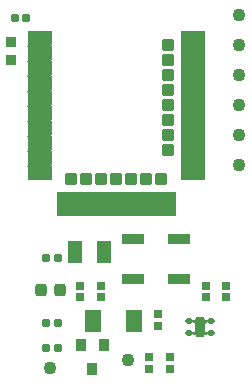
<source format=gbr>
G04 #@! TF.GenerationSoftware,KiCad,Pcbnew,(6.0.0-0)*
G04 #@! TF.CreationDate,2023-02-05T10:16:28+01:00*
G04 #@! TF.ProjectId,parasite,70617261-7369-4746-952e-6b696361645f,2.0.0*
G04 #@! TF.SameCoordinates,Original*
G04 #@! TF.FileFunction,Soldermask,Top*
G04 #@! TF.FilePolarity,Negative*
%FSLAX46Y46*%
G04 Gerber Fmt 4.6, Leading zero omitted, Abs format (unit mm)*
G04 Created by KiCad (PCBNEW (6.0.0-0)) date 2023-02-05 10:16:28*
%MOMM*%
%LPD*%
G01*
G04 APERTURE LIST*
G04 Aperture macros list*
%AMRoundRect*
0 Rectangle with rounded corners*
0 $1 Rounding radius*
0 $2 $3 $4 $5 $6 $7 $8 $9 X,Y pos of 4 corners*
0 Add a 4 corners polygon primitive as box body*
4,1,4,$2,$3,$4,$5,$6,$7,$8,$9,$2,$3,0*
0 Add four circle primitives for the rounded corners*
1,1,$1+$1,$2,$3*
1,1,$1+$1,$4,$5*
1,1,$1+$1,$6,$7*
1,1,$1+$1,$8,$9*
0 Add four rect primitives between the rounded corners*
20,1,$1+$1,$2,$3,$4,$5,0*
20,1,$1+$1,$4,$5,$6,$7,0*
20,1,$1+$1,$6,$7,$8,$9,0*
20,1,$1+$1,$8,$9,$2,$3,0*%
G04 Aperture macros list end*
%ADD10RoundRect,0.198500X-0.172500X0.147500X-0.172500X-0.147500X0.172500X-0.147500X0.172500X0.147500X0*%
%ADD11RoundRect,0.198500X0.147500X0.172500X-0.147500X0.172500X-0.147500X-0.172500X0.147500X-0.172500X0*%
%ADD12RoundRect,0.051000X-0.400000X0.450000X-0.400000X-0.450000X0.400000X-0.450000X0.400000X0.450000X0*%
%ADD13RoundRect,0.198500X-0.147500X-0.172500X0.147500X-0.172500X0.147500X0.172500X-0.147500X0.172500X0*%
%ADD14C,1.102000*%
%ADD15RoundRect,0.198500X0.172500X-0.147500X0.172500X0.147500X-0.172500X0.147500X-0.172500X-0.147500X0*%
%ADD16RoundRect,0.051000X-0.500000X-0.900000X0.500000X-0.900000X0.500000X0.900000X-0.500000X0.900000X0*%
%ADD17RoundRect,0.269750X0.218750X0.256250X-0.218750X0.256250X-0.218750X-0.256250X0.218750X-0.256250X0*%
%ADD18RoundRect,0.138500X0.187500X0.087500X-0.187500X0.087500X-0.187500X-0.087500X0.187500X-0.087500X0*%
%ADD19RoundRect,0.226000X0.175000X0.625000X-0.175000X0.625000X-0.175000X-0.625000X0.175000X-0.625000X0*%
%ADD20RoundRect,0.051000X0.650000X0.850000X-0.650000X0.850000X-0.650000X-0.850000X0.650000X-0.850000X0*%
%ADD21RoundRect,0.051000X-1.000000X-0.500000X1.000000X-0.500000X1.000000X0.500000X-1.000000X0.500000X0*%
%ADD22RoundRect,0.051000X-0.500000X-1.000000X0.500000X-1.000000X0.500000X1.000000X-0.500000X1.000000X0*%
%ADD23RoundRect,0.051000X-0.450000X-0.450000X0.450000X-0.450000X0.450000X0.450000X-0.450000X0.450000X0*%
%ADD24RoundRect,0.051000X0.400000X-0.400000X0.400000X0.400000X-0.400000X0.400000X-0.400000X-0.400000X0*%
%ADD25RoundRect,0.051000X-0.850000X-0.400000X0.850000X-0.400000X0.850000X0.400000X-0.850000X0.400000X0*%
G04 APERTURE END LIST*
D10*
X69762000Y-58584000D03*
X69762000Y-59554000D03*
X71540000Y-58584000D03*
X71540000Y-59554000D03*
D11*
X62015000Y-57822000D03*
X61045000Y-57822000D03*
D12*
X65886000Y-57568000D03*
X63986000Y-57568000D03*
X64936000Y-59568000D03*
D13*
X61045000Y-55663000D03*
X62015000Y-55663000D03*
D14*
X77382000Y-34708000D03*
X77382000Y-37248000D03*
X67984000Y-58838000D03*
X61380000Y-59473000D03*
D11*
X61992000Y-50202000D03*
X61022000Y-50202000D03*
D15*
X70524000Y-55917000D03*
X70524000Y-54947000D03*
D16*
X65952000Y-49694000D03*
X63452000Y-49694000D03*
D17*
X62193000Y-52869000D03*
X60618000Y-52869000D03*
D10*
X65698000Y-52534000D03*
X65698000Y-53504000D03*
D15*
X63920000Y-53481000D03*
X63920000Y-52511000D03*
D10*
X74588000Y-52534000D03*
X74588000Y-53504000D03*
D15*
X76239000Y-53504000D03*
X76239000Y-52534000D03*
D18*
X75005000Y-56544000D03*
X75005000Y-55544000D03*
X73155000Y-55544000D03*
X73155000Y-56544000D03*
D19*
X74080000Y-56044000D03*
D20*
X68492000Y-55536000D03*
X64992000Y-55536000D03*
D14*
X77382000Y-42328000D03*
D21*
X60468000Y-31542550D03*
X60468000Y-32812550D03*
X60468000Y-34082550D03*
X60468000Y-35352550D03*
X60468000Y-36622550D03*
X60468000Y-37892550D03*
X60468000Y-39162550D03*
X60468000Y-40432550D03*
X60468000Y-41702550D03*
X60468000Y-42972550D03*
D22*
X62528000Y-45572550D03*
D23*
X63158000Y-43472550D03*
D22*
X63798000Y-45572550D03*
D23*
X64428000Y-43472550D03*
D22*
X65068000Y-45572550D03*
D23*
X65698000Y-43472550D03*
D22*
X66338000Y-45572550D03*
D23*
X66968000Y-43472550D03*
D22*
X67608000Y-45572550D03*
D23*
X68238000Y-43472550D03*
D22*
X68878000Y-45572550D03*
D23*
X69508000Y-43472550D03*
D22*
X70148000Y-45572550D03*
D23*
X70778000Y-43472550D03*
D22*
X71418000Y-45572550D03*
D21*
X73468000Y-42972550D03*
X73468000Y-41702550D03*
D23*
X71368000Y-41067550D03*
D21*
X73468000Y-40432550D03*
D23*
X71368000Y-39797550D03*
D21*
X73468000Y-39162550D03*
D23*
X71368000Y-38527550D03*
D21*
X73468000Y-37892550D03*
D23*
X71368000Y-37257550D03*
D21*
X73468000Y-36622550D03*
D23*
X71368000Y-35987550D03*
D21*
X73468000Y-35352550D03*
D23*
X71368000Y-34717550D03*
D21*
X73468000Y-34082550D03*
D23*
X71368000Y-33447550D03*
D21*
X73468000Y-32812550D03*
D23*
X71368000Y-32177550D03*
D21*
X73468000Y-31542550D03*
D11*
X59325000Y-29882000D03*
X58355000Y-29882000D03*
D24*
X58078000Y-33426000D03*
X58078000Y-31926000D03*
D14*
X77382000Y-32168000D03*
D25*
X68400000Y-48562500D03*
X68400000Y-51962500D03*
X72300000Y-48562500D03*
X72300000Y-51962500D03*
D14*
X77382000Y-29628000D03*
X77362000Y-39788000D03*
G36*
X73680222Y-56306286D02*
G01*
X73681000Y-56307869D01*
X73681000Y-56668801D01*
X73694899Y-56738677D01*
X73694256Y-56740571D01*
X73692294Y-56740961D01*
X73691142Y-56739948D01*
X73680096Y-56717450D01*
X73679870Y-56717561D01*
X73677875Y-56717427D01*
X73677172Y-56716602D01*
X73660029Y-56679356D01*
X73601655Y-56642085D01*
X73532396Y-56642289D01*
X73474046Y-56680033D01*
X73472871Y-56681578D01*
X73471026Y-56682351D01*
X73469434Y-56681140D01*
X73469317Y-56679977D01*
X73479000Y-56631301D01*
X73479000Y-56456699D01*
X73468572Y-56404277D01*
X73454945Y-56383883D01*
X73454814Y-56381887D01*
X73456477Y-56380776D01*
X73457891Y-56381237D01*
X73504948Y-56420563D01*
X73573664Y-56429194D01*
X73636139Y-56399303D01*
X73672622Y-56340241D01*
X73677018Y-56307602D01*
X73678240Y-56306019D01*
X73680222Y-56306286D01*
G37*
G36*
X74482919Y-56307299D02*
G01*
X74502596Y-56374314D01*
X74554939Y-56419669D01*
X74623492Y-56429526D01*
X74686637Y-56400688D01*
X74696526Y-56389479D01*
X74698422Y-56388842D01*
X74699922Y-56390165D01*
X74699689Y-56391913D01*
X74691428Y-56404277D01*
X74681000Y-56456699D01*
X74681000Y-56631301D01*
X74691428Y-56683723D01*
X74691745Y-56684198D01*
X74691876Y-56686194D01*
X74690212Y-56687305D01*
X74688799Y-56686844D01*
X74641746Y-56647521D01*
X74573030Y-56638890D01*
X74510555Y-56668780D01*
X74481512Y-56715796D01*
X74480280Y-56716459D01*
X74477208Y-56722744D01*
X74477113Y-56722917D01*
X74474032Y-56727905D01*
X74473594Y-56730000D01*
X74473433Y-56730468D01*
X74468901Y-56739740D01*
X74467242Y-56740857D01*
X74465445Y-56739979D01*
X74465142Y-56738472D01*
X74479000Y-56668801D01*
X74479000Y-56307862D01*
X74480000Y-56306130D01*
X74482000Y-56306130D01*
X74482919Y-56307299D01*
G37*
G36*
X74468858Y-55348052D02*
G01*
X74479904Y-55370550D01*
X74480130Y-55370439D01*
X74482125Y-55370573D01*
X74482828Y-55371398D01*
X74499971Y-55408644D01*
X74558345Y-55445915D01*
X74627604Y-55445711D01*
X74685954Y-55407967D01*
X74687129Y-55406422D01*
X74688974Y-55405649D01*
X74690566Y-55406860D01*
X74690683Y-55408023D01*
X74681000Y-55456699D01*
X74681000Y-55631301D01*
X74691428Y-55683723D01*
X74705055Y-55704117D01*
X74705186Y-55706113D01*
X74703523Y-55707224D01*
X74702109Y-55706763D01*
X74655052Y-55667437D01*
X74586336Y-55658806D01*
X74523861Y-55688697D01*
X74487378Y-55747759D01*
X74482982Y-55780398D01*
X74481760Y-55781981D01*
X74479778Y-55781714D01*
X74479000Y-55780131D01*
X74479000Y-55419199D01*
X74465101Y-55349323D01*
X74465744Y-55347429D01*
X74467706Y-55347039D01*
X74468858Y-55348052D01*
G37*
G36*
X73694555Y-55348021D02*
G01*
X73694858Y-55349528D01*
X73681000Y-55419199D01*
X73681000Y-55780138D01*
X73680000Y-55781870D01*
X73678000Y-55781870D01*
X73677081Y-55780701D01*
X73657404Y-55713686D01*
X73605061Y-55668331D01*
X73536508Y-55658474D01*
X73473363Y-55687312D01*
X73463474Y-55698521D01*
X73461578Y-55699158D01*
X73460078Y-55697835D01*
X73460311Y-55696087D01*
X73468572Y-55683723D01*
X73479000Y-55631301D01*
X73479000Y-55456699D01*
X73468572Y-55404277D01*
X73468255Y-55403802D01*
X73468124Y-55401806D01*
X73469788Y-55400695D01*
X73471201Y-55401156D01*
X73518254Y-55440479D01*
X73586970Y-55449110D01*
X73649445Y-55419220D01*
X73678488Y-55372204D01*
X73679720Y-55371541D01*
X73682792Y-55365256D01*
X73682887Y-55365083D01*
X73685968Y-55360095D01*
X73686406Y-55358000D01*
X73686567Y-55357532D01*
X73691099Y-55348260D01*
X73692758Y-55347143D01*
X73694555Y-55348021D01*
G37*
G36*
X70688660Y-44540044D02*
G01*
X70696320Y-44545162D01*
X70696492Y-44545290D01*
X70733946Y-44576590D01*
X70802661Y-44585221D01*
X70865291Y-44555257D01*
X70872800Y-44546590D01*
X70874690Y-44545936D01*
X70876202Y-44547246D01*
X70875975Y-44549011D01*
X70872767Y-44553812D01*
X70869000Y-44572749D01*
X70869000Y-46572351D01*
X70872767Y-46591287D01*
X70880114Y-46602282D01*
X70880245Y-46604277D01*
X70878582Y-46605389D01*
X70877340Y-46605056D01*
X70869680Y-46599938D01*
X70869508Y-46599810D01*
X70832054Y-46568510D01*
X70763339Y-46559879D01*
X70700709Y-46589843D01*
X70693200Y-46598510D01*
X70691310Y-46599164D01*
X70689798Y-46597854D01*
X70690025Y-46596089D01*
X70693233Y-46591288D01*
X70697000Y-46572351D01*
X70697000Y-44572749D01*
X70693233Y-44553813D01*
X70685886Y-44542818D01*
X70685755Y-44540823D01*
X70687418Y-44539711D01*
X70688660Y-44540044D01*
G37*
G36*
X68148660Y-44540044D02*
G01*
X68156320Y-44545162D01*
X68156492Y-44545290D01*
X68193946Y-44576590D01*
X68262661Y-44585221D01*
X68325291Y-44555257D01*
X68332800Y-44546590D01*
X68334690Y-44545936D01*
X68336202Y-44547246D01*
X68335975Y-44549011D01*
X68332767Y-44553812D01*
X68329000Y-44572749D01*
X68329000Y-46572351D01*
X68332767Y-46591287D01*
X68340114Y-46602282D01*
X68340245Y-46604277D01*
X68338582Y-46605389D01*
X68337340Y-46605056D01*
X68329680Y-46599938D01*
X68329508Y-46599810D01*
X68292054Y-46568510D01*
X68223339Y-46559879D01*
X68160709Y-46589843D01*
X68153200Y-46598510D01*
X68151310Y-46599164D01*
X68149798Y-46597854D01*
X68150025Y-46596089D01*
X68153233Y-46591288D01*
X68157000Y-46572351D01*
X68157000Y-44572749D01*
X68153233Y-44553813D01*
X68145886Y-44542818D01*
X68145755Y-44540823D01*
X68147418Y-44539711D01*
X68148660Y-44540044D01*
G37*
G36*
X64338660Y-44540044D02*
G01*
X64346320Y-44545162D01*
X64346492Y-44545290D01*
X64383946Y-44576590D01*
X64452661Y-44585221D01*
X64515291Y-44555257D01*
X64522800Y-44546590D01*
X64524690Y-44545936D01*
X64526202Y-44547246D01*
X64525975Y-44549011D01*
X64522767Y-44553812D01*
X64519000Y-44572749D01*
X64519000Y-46572351D01*
X64522767Y-46591287D01*
X64530114Y-46602282D01*
X64530245Y-46604277D01*
X64528582Y-46605389D01*
X64527340Y-46605056D01*
X64519680Y-46599938D01*
X64519508Y-46599810D01*
X64482054Y-46568510D01*
X64413339Y-46559879D01*
X64350709Y-46589843D01*
X64343200Y-46598510D01*
X64341310Y-46599164D01*
X64339798Y-46597854D01*
X64340025Y-46596089D01*
X64343233Y-46591288D01*
X64347000Y-46572351D01*
X64347000Y-44572749D01*
X64343233Y-44553813D01*
X64335886Y-44542818D01*
X64335755Y-44540823D01*
X64337418Y-44539711D01*
X64338660Y-44540044D01*
G37*
G36*
X69418660Y-44540044D02*
G01*
X69426320Y-44545162D01*
X69426492Y-44545290D01*
X69463946Y-44576590D01*
X69532661Y-44585221D01*
X69595291Y-44555257D01*
X69602800Y-44546590D01*
X69604690Y-44545936D01*
X69606202Y-44547246D01*
X69605975Y-44549011D01*
X69602767Y-44553812D01*
X69599000Y-44572749D01*
X69599000Y-46572351D01*
X69602767Y-46591287D01*
X69610114Y-46602282D01*
X69610245Y-46604277D01*
X69608582Y-46605389D01*
X69607340Y-46605056D01*
X69599680Y-46599938D01*
X69599508Y-46599810D01*
X69562054Y-46568510D01*
X69493339Y-46559879D01*
X69430709Y-46589843D01*
X69423200Y-46598510D01*
X69421310Y-46599164D01*
X69419798Y-46597854D01*
X69420025Y-46596089D01*
X69423233Y-46591288D01*
X69427000Y-46572351D01*
X69427000Y-44572749D01*
X69423233Y-44553813D01*
X69415886Y-44542818D01*
X69415755Y-44540823D01*
X69417418Y-44539711D01*
X69418660Y-44540044D01*
G37*
G36*
X65608660Y-44540044D02*
G01*
X65616320Y-44545162D01*
X65616492Y-44545290D01*
X65653946Y-44576590D01*
X65722661Y-44585221D01*
X65785291Y-44555257D01*
X65792800Y-44546590D01*
X65794690Y-44545936D01*
X65796202Y-44547246D01*
X65795975Y-44549011D01*
X65792767Y-44553812D01*
X65789000Y-44572749D01*
X65789000Y-46572351D01*
X65792767Y-46591287D01*
X65800114Y-46602282D01*
X65800245Y-46604277D01*
X65798582Y-46605389D01*
X65797340Y-46605056D01*
X65789680Y-46599938D01*
X65789508Y-46599810D01*
X65752054Y-46568510D01*
X65683339Y-46559879D01*
X65620709Y-46589843D01*
X65613200Y-46598510D01*
X65611310Y-46599164D01*
X65609798Y-46597854D01*
X65610025Y-46596089D01*
X65613233Y-46591288D01*
X65617000Y-46572351D01*
X65617000Y-44572749D01*
X65613233Y-44553813D01*
X65605886Y-44542818D01*
X65605755Y-44540823D01*
X65607418Y-44539711D01*
X65608660Y-44540044D01*
G37*
G36*
X66878660Y-44540044D02*
G01*
X66886320Y-44545162D01*
X66886492Y-44545290D01*
X66923946Y-44576590D01*
X66992661Y-44585221D01*
X67055291Y-44555257D01*
X67062800Y-44546590D01*
X67064690Y-44545936D01*
X67066202Y-44547246D01*
X67065975Y-44549011D01*
X67062767Y-44553812D01*
X67059000Y-44572749D01*
X67059000Y-46572351D01*
X67062767Y-46591287D01*
X67070114Y-46602282D01*
X67070245Y-46604277D01*
X67068582Y-46605389D01*
X67067340Y-46605056D01*
X67059680Y-46599938D01*
X67059508Y-46599810D01*
X67022054Y-46568510D01*
X66953339Y-46559879D01*
X66890709Y-46589843D01*
X66883200Y-46598510D01*
X66881310Y-46599164D01*
X66879798Y-46597854D01*
X66880025Y-46596089D01*
X66883233Y-46591288D01*
X66887000Y-46572351D01*
X66887000Y-44572749D01*
X66883233Y-44553813D01*
X66875886Y-44542818D01*
X66875755Y-44540823D01*
X66877418Y-44539711D01*
X66878660Y-44540044D01*
G37*
G36*
X63068660Y-44540044D02*
G01*
X63076320Y-44545162D01*
X63076492Y-44545290D01*
X63113946Y-44576590D01*
X63182661Y-44585221D01*
X63245291Y-44555257D01*
X63252800Y-44546590D01*
X63254690Y-44545936D01*
X63256202Y-44547246D01*
X63255975Y-44549011D01*
X63252767Y-44553812D01*
X63249000Y-44572749D01*
X63249000Y-46572351D01*
X63252767Y-46591287D01*
X63260114Y-46602282D01*
X63260245Y-46604277D01*
X63258582Y-46605389D01*
X63257340Y-46605056D01*
X63249680Y-46599938D01*
X63249508Y-46599810D01*
X63212054Y-46568510D01*
X63143339Y-46559879D01*
X63080709Y-46589843D01*
X63073200Y-46598510D01*
X63071310Y-46599164D01*
X63069798Y-46597854D01*
X63070025Y-46596089D01*
X63073233Y-46591288D01*
X63077000Y-46572351D01*
X63077000Y-44572749D01*
X63073233Y-44553813D01*
X63065886Y-44542818D01*
X63065755Y-44540823D01*
X63067418Y-44539711D01*
X63068660Y-44540044D01*
G37*
G36*
X61500839Y-42241968D02*
G01*
X61500506Y-42243210D01*
X61495388Y-42250870D01*
X61495260Y-42251042D01*
X61463960Y-42288496D01*
X61455329Y-42357211D01*
X61485293Y-42419841D01*
X61493960Y-42427350D01*
X61494614Y-42429240D01*
X61493304Y-42430752D01*
X61491539Y-42430525D01*
X61486738Y-42427317D01*
X61467801Y-42423550D01*
X59468199Y-42423550D01*
X59449263Y-42427317D01*
X59438268Y-42434664D01*
X59436273Y-42434795D01*
X59435161Y-42433132D01*
X59435494Y-42431890D01*
X59440612Y-42424230D01*
X59440740Y-42424058D01*
X59472040Y-42386604D01*
X59480671Y-42317889D01*
X59450707Y-42255259D01*
X59442040Y-42247750D01*
X59441386Y-42245860D01*
X59442696Y-42244348D01*
X59444461Y-42244575D01*
X59449262Y-42247783D01*
X59468199Y-42251550D01*
X61467801Y-42251550D01*
X61486737Y-42247783D01*
X61497732Y-42240436D01*
X61499727Y-42240305D01*
X61500839Y-42241968D01*
G37*
G36*
X74500839Y-42241968D02*
G01*
X74500506Y-42243210D01*
X74495388Y-42250870D01*
X74495260Y-42251042D01*
X74463960Y-42288496D01*
X74455329Y-42357211D01*
X74485293Y-42419841D01*
X74493960Y-42427350D01*
X74494614Y-42429240D01*
X74493304Y-42430752D01*
X74491539Y-42430525D01*
X74486738Y-42427317D01*
X74467801Y-42423550D01*
X72468199Y-42423550D01*
X72449263Y-42427317D01*
X72438268Y-42434664D01*
X72436273Y-42434795D01*
X72435161Y-42433132D01*
X72435494Y-42431890D01*
X72440612Y-42424230D01*
X72440740Y-42424058D01*
X72472040Y-42386604D01*
X72480671Y-42317889D01*
X72450707Y-42255259D01*
X72442040Y-42247750D01*
X72441386Y-42245860D01*
X72442696Y-42244348D01*
X72444461Y-42244575D01*
X72449262Y-42247783D01*
X72468199Y-42251550D01*
X74467801Y-42251550D01*
X74486737Y-42247783D01*
X74497732Y-42240436D01*
X74499727Y-42240305D01*
X74500839Y-42241968D01*
G37*
G36*
X74500839Y-40971968D02*
G01*
X74500506Y-40973210D01*
X74495388Y-40980870D01*
X74495260Y-40981042D01*
X74463960Y-41018496D01*
X74455329Y-41087211D01*
X74485293Y-41149841D01*
X74493960Y-41157350D01*
X74494614Y-41159240D01*
X74493304Y-41160752D01*
X74491539Y-41160525D01*
X74486738Y-41157317D01*
X74467801Y-41153550D01*
X72468199Y-41153550D01*
X72449263Y-41157317D01*
X72438268Y-41164664D01*
X72436273Y-41164795D01*
X72435161Y-41163132D01*
X72435494Y-41161890D01*
X72440612Y-41154230D01*
X72440740Y-41154058D01*
X72472040Y-41116604D01*
X72480671Y-41047889D01*
X72450707Y-40985259D01*
X72442040Y-40977750D01*
X72441386Y-40975860D01*
X72442696Y-40974348D01*
X72444461Y-40974575D01*
X72449262Y-40977783D01*
X72468199Y-40981550D01*
X74467801Y-40981550D01*
X74486737Y-40977783D01*
X74497732Y-40970436D01*
X74499727Y-40970305D01*
X74500839Y-40971968D01*
G37*
G36*
X61500839Y-40971968D02*
G01*
X61500506Y-40973210D01*
X61495388Y-40980870D01*
X61495260Y-40981042D01*
X61463960Y-41018496D01*
X61455329Y-41087211D01*
X61485293Y-41149841D01*
X61493960Y-41157350D01*
X61494614Y-41159240D01*
X61493304Y-41160752D01*
X61491539Y-41160525D01*
X61486738Y-41157317D01*
X61467801Y-41153550D01*
X59468199Y-41153550D01*
X59449263Y-41157317D01*
X59438268Y-41164664D01*
X59436273Y-41164795D01*
X59435161Y-41163132D01*
X59435494Y-41161890D01*
X59440612Y-41154230D01*
X59440740Y-41154058D01*
X59472040Y-41116604D01*
X59480671Y-41047889D01*
X59450707Y-40985259D01*
X59442040Y-40977750D01*
X59441386Y-40975860D01*
X59442696Y-40974348D01*
X59444461Y-40974575D01*
X59449262Y-40977783D01*
X59468199Y-40981550D01*
X61467801Y-40981550D01*
X61486737Y-40977783D01*
X61497732Y-40970436D01*
X61499727Y-40970305D01*
X61500839Y-40971968D01*
G37*
G36*
X74500839Y-39701968D02*
G01*
X74500506Y-39703210D01*
X74495388Y-39710870D01*
X74495260Y-39711042D01*
X74463960Y-39748496D01*
X74455329Y-39817211D01*
X74485293Y-39879841D01*
X74493960Y-39887350D01*
X74494614Y-39889240D01*
X74493304Y-39890752D01*
X74491539Y-39890525D01*
X74486738Y-39887317D01*
X74467801Y-39883550D01*
X72468199Y-39883550D01*
X72449263Y-39887317D01*
X72438268Y-39894664D01*
X72436273Y-39894795D01*
X72435161Y-39893132D01*
X72435494Y-39891890D01*
X72440612Y-39884230D01*
X72440740Y-39884058D01*
X72472040Y-39846604D01*
X72480671Y-39777889D01*
X72450707Y-39715259D01*
X72442040Y-39707750D01*
X72441386Y-39705860D01*
X72442696Y-39704348D01*
X72444461Y-39704575D01*
X72449262Y-39707783D01*
X72468199Y-39711550D01*
X74467801Y-39711550D01*
X74486737Y-39707783D01*
X74497732Y-39700436D01*
X74499727Y-39700305D01*
X74500839Y-39701968D01*
G37*
G36*
X61500839Y-39701968D02*
G01*
X61500506Y-39703210D01*
X61495388Y-39710870D01*
X61495260Y-39711042D01*
X61463960Y-39748496D01*
X61455329Y-39817211D01*
X61485293Y-39879841D01*
X61493960Y-39887350D01*
X61494614Y-39889240D01*
X61493304Y-39890752D01*
X61491539Y-39890525D01*
X61486738Y-39887317D01*
X61467801Y-39883550D01*
X59468199Y-39883550D01*
X59449263Y-39887317D01*
X59438268Y-39894664D01*
X59436273Y-39894795D01*
X59435161Y-39893132D01*
X59435494Y-39891890D01*
X59440612Y-39884230D01*
X59440740Y-39884058D01*
X59472040Y-39846604D01*
X59480671Y-39777889D01*
X59450707Y-39715259D01*
X59442040Y-39707750D01*
X59441386Y-39705860D01*
X59442696Y-39704348D01*
X59444461Y-39704575D01*
X59449262Y-39707783D01*
X59468199Y-39711550D01*
X61467801Y-39711550D01*
X61486737Y-39707783D01*
X61497732Y-39700436D01*
X61499727Y-39700305D01*
X61500839Y-39701968D01*
G37*
G36*
X61500839Y-38431968D02*
G01*
X61500506Y-38433210D01*
X61495388Y-38440870D01*
X61495260Y-38441042D01*
X61463960Y-38478496D01*
X61455329Y-38547211D01*
X61485293Y-38609841D01*
X61493960Y-38617350D01*
X61494614Y-38619240D01*
X61493304Y-38620752D01*
X61491539Y-38620525D01*
X61486738Y-38617317D01*
X61467801Y-38613550D01*
X59468199Y-38613550D01*
X59449263Y-38617317D01*
X59438268Y-38624664D01*
X59436273Y-38624795D01*
X59435161Y-38623132D01*
X59435494Y-38621890D01*
X59440612Y-38614230D01*
X59440740Y-38614058D01*
X59472040Y-38576604D01*
X59480671Y-38507889D01*
X59450707Y-38445259D01*
X59442040Y-38437750D01*
X59441386Y-38435860D01*
X59442696Y-38434348D01*
X59444461Y-38434575D01*
X59449262Y-38437783D01*
X59468199Y-38441550D01*
X61467801Y-38441550D01*
X61486737Y-38437783D01*
X61497732Y-38430436D01*
X61499727Y-38430305D01*
X61500839Y-38431968D01*
G37*
G36*
X74500839Y-38431968D02*
G01*
X74500506Y-38433210D01*
X74495388Y-38440870D01*
X74495260Y-38441042D01*
X74463960Y-38478496D01*
X74455329Y-38547211D01*
X74485293Y-38609841D01*
X74493960Y-38617350D01*
X74494614Y-38619240D01*
X74493304Y-38620752D01*
X74491539Y-38620525D01*
X74486738Y-38617317D01*
X74467801Y-38613550D01*
X72468199Y-38613550D01*
X72449263Y-38617317D01*
X72438268Y-38624664D01*
X72436273Y-38624795D01*
X72435161Y-38623132D01*
X72435494Y-38621890D01*
X72440612Y-38614230D01*
X72440740Y-38614058D01*
X72472040Y-38576604D01*
X72480671Y-38507889D01*
X72450707Y-38445259D01*
X72442040Y-38437750D01*
X72441386Y-38435860D01*
X72442696Y-38434348D01*
X72444461Y-38434575D01*
X72449262Y-38437783D01*
X72468199Y-38441550D01*
X74467801Y-38441550D01*
X74486737Y-38437783D01*
X74497732Y-38430436D01*
X74499727Y-38430305D01*
X74500839Y-38431968D01*
G37*
G36*
X74500839Y-37161968D02*
G01*
X74500506Y-37163210D01*
X74495388Y-37170870D01*
X74495260Y-37171042D01*
X74463960Y-37208496D01*
X74455329Y-37277211D01*
X74485293Y-37339841D01*
X74493960Y-37347350D01*
X74494614Y-37349240D01*
X74493304Y-37350752D01*
X74491539Y-37350525D01*
X74486738Y-37347317D01*
X74467801Y-37343550D01*
X72468199Y-37343550D01*
X72449263Y-37347317D01*
X72438268Y-37354664D01*
X72436273Y-37354795D01*
X72435161Y-37353132D01*
X72435494Y-37351890D01*
X72440612Y-37344230D01*
X72440740Y-37344058D01*
X72472040Y-37306604D01*
X72480671Y-37237889D01*
X72450707Y-37175259D01*
X72442040Y-37167750D01*
X72441386Y-37165860D01*
X72442696Y-37164348D01*
X72444461Y-37164575D01*
X72449262Y-37167783D01*
X72468199Y-37171550D01*
X74467801Y-37171550D01*
X74486737Y-37167783D01*
X74497732Y-37160436D01*
X74499727Y-37160305D01*
X74500839Y-37161968D01*
G37*
G36*
X61500839Y-37161968D02*
G01*
X61500506Y-37163210D01*
X61495388Y-37170870D01*
X61495260Y-37171042D01*
X61463960Y-37208496D01*
X61455329Y-37277211D01*
X61485293Y-37339841D01*
X61493960Y-37347350D01*
X61494614Y-37349240D01*
X61493304Y-37350752D01*
X61491539Y-37350525D01*
X61486738Y-37347317D01*
X61467801Y-37343550D01*
X59468199Y-37343550D01*
X59449263Y-37347317D01*
X59438268Y-37354664D01*
X59436273Y-37354795D01*
X59435161Y-37353132D01*
X59435494Y-37351890D01*
X59440612Y-37344230D01*
X59440740Y-37344058D01*
X59472040Y-37306604D01*
X59480671Y-37237889D01*
X59450707Y-37175259D01*
X59442040Y-37167750D01*
X59441386Y-37165860D01*
X59442696Y-37164348D01*
X59444461Y-37164575D01*
X59449262Y-37167783D01*
X59468199Y-37171550D01*
X61467801Y-37171550D01*
X61486737Y-37167783D01*
X61497732Y-37160436D01*
X61499727Y-37160305D01*
X61500839Y-37161968D01*
G37*
G36*
X61500839Y-35891968D02*
G01*
X61500506Y-35893210D01*
X61495388Y-35900870D01*
X61495260Y-35901042D01*
X61463960Y-35938496D01*
X61455329Y-36007211D01*
X61485293Y-36069841D01*
X61493960Y-36077350D01*
X61494614Y-36079240D01*
X61493304Y-36080752D01*
X61491539Y-36080525D01*
X61486738Y-36077317D01*
X61467801Y-36073550D01*
X59468199Y-36073550D01*
X59449263Y-36077317D01*
X59438268Y-36084664D01*
X59436273Y-36084795D01*
X59435161Y-36083132D01*
X59435494Y-36081890D01*
X59440612Y-36074230D01*
X59440740Y-36074058D01*
X59472040Y-36036604D01*
X59480671Y-35967889D01*
X59450707Y-35905259D01*
X59442040Y-35897750D01*
X59441386Y-35895860D01*
X59442696Y-35894348D01*
X59444461Y-35894575D01*
X59449262Y-35897783D01*
X59468199Y-35901550D01*
X61467801Y-35901550D01*
X61486737Y-35897783D01*
X61497732Y-35890436D01*
X61499727Y-35890305D01*
X61500839Y-35891968D01*
G37*
G36*
X74500839Y-35891968D02*
G01*
X74500506Y-35893210D01*
X74495388Y-35900870D01*
X74495260Y-35901042D01*
X74463960Y-35938496D01*
X74455329Y-36007211D01*
X74485293Y-36069841D01*
X74493960Y-36077350D01*
X74494614Y-36079240D01*
X74493304Y-36080752D01*
X74491539Y-36080525D01*
X74486738Y-36077317D01*
X74467801Y-36073550D01*
X72468199Y-36073550D01*
X72449263Y-36077317D01*
X72438268Y-36084664D01*
X72436273Y-36084795D01*
X72435161Y-36083132D01*
X72435494Y-36081890D01*
X72440612Y-36074230D01*
X72440740Y-36074058D01*
X72472040Y-36036604D01*
X72480671Y-35967889D01*
X72450707Y-35905259D01*
X72442040Y-35897750D01*
X72441386Y-35895860D01*
X72442696Y-35894348D01*
X72444461Y-35894575D01*
X72449262Y-35897783D01*
X72468199Y-35901550D01*
X74467801Y-35901550D01*
X74486737Y-35897783D01*
X74497732Y-35890436D01*
X74499727Y-35890305D01*
X74500839Y-35891968D01*
G37*
G36*
X61500839Y-34621968D02*
G01*
X61500506Y-34623210D01*
X61495388Y-34630870D01*
X61495260Y-34631042D01*
X61463960Y-34668496D01*
X61455329Y-34737211D01*
X61485293Y-34799841D01*
X61493960Y-34807350D01*
X61494614Y-34809240D01*
X61493304Y-34810752D01*
X61491539Y-34810525D01*
X61486738Y-34807317D01*
X61467801Y-34803550D01*
X59468199Y-34803550D01*
X59449263Y-34807317D01*
X59438268Y-34814664D01*
X59436273Y-34814795D01*
X59435161Y-34813132D01*
X59435494Y-34811890D01*
X59440612Y-34804230D01*
X59440740Y-34804058D01*
X59472040Y-34766604D01*
X59480671Y-34697889D01*
X59450707Y-34635259D01*
X59442040Y-34627750D01*
X59441386Y-34625860D01*
X59442696Y-34624348D01*
X59444461Y-34624575D01*
X59449262Y-34627783D01*
X59468199Y-34631550D01*
X61467801Y-34631550D01*
X61486737Y-34627783D01*
X61497732Y-34620436D01*
X61499727Y-34620305D01*
X61500839Y-34621968D01*
G37*
G36*
X74500839Y-34621968D02*
G01*
X74500506Y-34623210D01*
X74495388Y-34630870D01*
X74495260Y-34631042D01*
X74463960Y-34668496D01*
X74455329Y-34737211D01*
X74485293Y-34799841D01*
X74493960Y-34807350D01*
X74494614Y-34809240D01*
X74493304Y-34810752D01*
X74491539Y-34810525D01*
X74486738Y-34807317D01*
X74467801Y-34803550D01*
X72468199Y-34803550D01*
X72449263Y-34807317D01*
X72438268Y-34814664D01*
X72436273Y-34814795D01*
X72435161Y-34813132D01*
X72435494Y-34811890D01*
X72440612Y-34804230D01*
X72440740Y-34804058D01*
X72472040Y-34766604D01*
X72480671Y-34697889D01*
X72450707Y-34635259D01*
X72442040Y-34627750D01*
X72441386Y-34625860D01*
X72442696Y-34624348D01*
X72444461Y-34624575D01*
X72449262Y-34627783D01*
X72468199Y-34631550D01*
X74467801Y-34631550D01*
X74486737Y-34627783D01*
X74497732Y-34620436D01*
X74499727Y-34620305D01*
X74500839Y-34621968D01*
G37*
G36*
X74500839Y-33351968D02*
G01*
X74500506Y-33353210D01*
X74495388Y-33360870D01*
X74495260Y-33361042D01*
X74463960Y-33398496D01*
X74455329Y-33467211D01*
X74485293Y-33529841D01*
X74493960Y-33537350D01*
X74494614Y-33539240D01*
X74493304Y-33540752D01*
X74491539Y-33540525D01*
X74486738Y-33537317D01*
X74467801Y-33533550D01*
X72468199Y-33533550D01*
X72449263Y-33537317D01*
X72438268Y-33544664D01*
X72436273Y-33544795D01*
X72435161Y-33543132D01*
X72435494Y-33541890D01*
X72440612Y-33534230D01*
X72440740Y-33534058D01*
X72472040Y-33496604D01*
X72480671Y-33427889D01*
X72450707Y-33365259D01*
X72442040Y-33357750D01*
X72441386Y-33355860D01*
X72442696Y-33354348D01*
X72444461Y-33354575D01*
X72449262Y-33357783D01*
X72468199Y-33361550D01*
X74467801Y-33361550D01*
X74486737Y-33357783D01*
X74497732Y-33350436D01*
X74499727Y-33350305D01*
X74500839Y-33351968D01*
G37*
G36*
X61500839Y-33351968D02*
G01*
X61500506Y-33353210D01*
X61495388Y-33360870D01*
X61495260Y-33361042D01*
X61463960Y-33398496D01*
X61455329Y-33467211D01*
X61485293Y-33529841D01*
X61493960Y-33537350D01*
X61494614Y-33539240D01*
X61493304Y-33540752D01*
X61491539Y-33540525D01*
X61486738Y-33537317D01*
X61467801Y-33533550D01*
X59468199Y-33533550D01*
X59449263Y-33537317D01*
X59438268Y-33544664D01*
X59436273Y-33544795D01*
X59435161Y-33543132D01*
X59435494Y-33541890D01*
X59440612Y-33534230D01*
X59440740Y-33534058D01*
X59472040Y-33496604D01*
X59480671Y-33427889D01*
X59450707Y-33365259D01*
X59442040Y-33357750D01*
X59441386Y-33355860D01*
X59442696Y-33354348D01*
X59444461Y-33354575D01*
X59449262Y-33357783D01*
X59468199Y-33361550D01*
X61467801Y-33361550D01*
X61486737Y-33357783D01*
X61497732Y-33350436D01*
X61499727Y-33350305D01*
X61500839Y-33351968D01*
G37*
G36*
X74500839Y-32081968D02*
G01*
X74500506Y-32083210D01*
X74495388Y-32090870D01*
X74495260Y-32091042D01*
X74463960Y-32128496D01*
X74455329Y-32197211D01*
X74485293Y-32259841D01*
X74493960Y-32267350D01*
X74494614Y-32269240D01*
X74493304Y-32270752D01*
X74491539Y-32270525D01*
X74486738Y-32267317D01*
X74467801Y-32263550D01*
X72468199Y-32263550D01*
X72449263Y-32267317D01*
X72438268Y-32274664D01*
X72436273Y-32274795D01*
X72435161Y-32273132D01*
X72435494Y-32271890D01*
X72440612Y-32264230D01*
X72440740Y-32264058D01*
X72472040Y-32226604D01*
X72480671Y-32157889D01*
X72450707Y-32095259D01*
X72442040Y-32087750D01*
X72441386Y-32085860D01*
X72442696Y-32084348D01*
X72444461Y-32084575D01*
X72449262Y-32087783D01*
X72468199Y-32091550D01*
X74467801Y-32091550D01*
X74486737Y-32087783D01*
X74497732Y-32080436D01*
X74499727Y-32080305D01*
X74500839Y-32081968D01*
G37*
G36*
X61500839Y-32081968D02*
G01*
X61500506Y-32083210D01*
X61495388Y-32090870D01*
X61495260Y-32091042D01*
X61463960Y-32128496D01*
X61455329Y-32197211D01*
X61485293Y-32259841D01*
X61493960Y-32267350D01*
X61494614Y-32269240D01*
X61493304Y-32270752D01*
X61491539Y-32270525D01*
X61486738Y-32267317D01*
X61467801Y-32263550D01*
X59468199Y-32263550D01*
X59449263Y-32267317D01*
X59438268Y-32274664D01*
X59436273Y-32274795D01*
X59435161Y-32273132D01*
X59435494Y-32271890D01*
X59440612Y-32264230D01*
X59440740Y-32264058D01*
X59472040Y-32226604D01*
X59480671Y-32157889D01*
X59450707Y-32095259D01*
X59442040Y-32087750D01*
X59441386Y-32085860D01*
X59442696Y-32084348D01*
X59444461Y-32084575D01*
X59449262Y-32087783D01*
X59468199Y-32091550D01*
X61467801Y-32091550D01*
X61486737Y-32087783D01*
X61497732Y-32080436D01*
X61499727Y-32080305D01*
X61500839Y-32081968D01*
G37*
M02*

</source>
